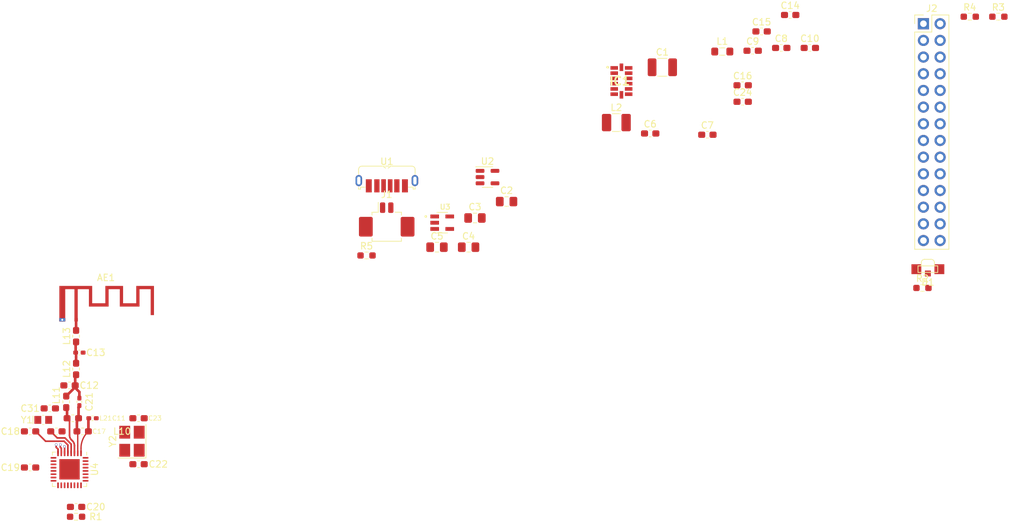
<source format=kicad_pcb>
(kicad_pcb (version 20211014) (generator pcbnew)
  (layers (0 "F.Cu" signal) (31 "B.Cu" signal) (34 "B.Paste" user) (35 "F.Paste" user) (36 "B.SilkS" user "B.Silkscreen") (37 "F.SilkS" user "F.Silkscreen") (38 "B.Mask" user) (39 "F.Mask" user) (44 "Edge.Cuts" user))
  (net 0 "")
  (net 1 "Earth")
  (net 2 "Net-(C1-Pad2)")
  (net 5 "/BATT_STAT")
  (net 6 "Net-(D1-Pad1)")
  (net 7 "/LED_RED")
  (net 8 "/LED_GREEN")
  (net 9 "/nCS")
  (net 10 "/INT1")
  (net 11 "/INT2")
  (net 12 "/ADDR")
  (net 13 "/SDA")
  (net 14 "/SCL")
  (net 15 "/JTAG_TCKC")
  (net 16 "/JTAG_TMSC")
  (net 17 "/DIO_14")
  (net 18 "/DIO_13")
  (net 19 "/DIO_12")
  (net 20 "/BATT")
  (net 21 "+3V3")
  (net 22 "/RFN")
  (net 23 "/nRESET")
  (net 24 "/RFP")
  (net 25 "/RX_TX")
  (net 26 "VDDS")
  (net 27 "VDDR")
  (net 28 "/DIO_11")
  (net 29 "/DIO_10")
  (net 30 "/DIO_9")
  (net 31 "/DIO_8")
  (net 32 "/DIO_7")
  (net 34 "/DIO_6")
  (net 35 "/DIO_5")
  (net 36 "/DIO_4")
  (net 37 "/DIO_3")
  (net 38 "/DIO_2")
  (net 39 "/DIO_1")
  (net 42 "/DIO_0")
  (net 43 "Net-(L13-Pad2)")
  (net 44 "Net-(C21-Pad2)")
  (net 45 "/DCDC_SW")
  (net 46 "Net-(L12-Pad2)")
  (net 47 "Net-(Y1-Pad2)")
  (net 48 "Net-(Y1-Pad1)")
  (net 49 "Net-(C19-Pad2)")
  (net 50 "Net-(Y2-Pad1)")
  (net 51 "Net-(Y2-Pad3)")
  (net 52 "Net-(R5-Pad1)")
  (footprint "Connector_Molex:Molex_PicoBlade_53261-0271_1x02-1MP_P1.25mm_Horizontal" (layer "F.Cu") (at 98.26 63.83)
    (fp_text reference "J1" (at 0 -4.4) (layer "F.SilkS"))
    (fp_text value "Batt")
    (fp_line (start -2.235 2.26) (end -2.235 2.71) (layer "F.SilkS") (width 0.12))
    (fp_line (start 2.235 2.71) (end 2.235 2.26) (layer "F.SilkS") (width 0.12))
    (fp_line (start -2.235 -1.71) (end -1.285 -1.71) (layer "F.SilkS") (width 0.12))
    (fp_line (start -2.235 -1.26) (end -2.235 -1.71) (layer "F.SilkS") (width 0.12))
    (fp_line (start 2.235 -1.26) (end 2.235 -1.71) (layer "F.SilkS") (width 0.12))
    (fp_line (start -2.235 2.71) (end 2.235 2.71) (layer "F.SilkS") (width 0.12))
    (fp_line (start -1.285 -1.71) (end -1.285 -3.2) (layer "F.SilkS") (width 0.12))
    (fp_line (start 2.235 -1.71) (end 1.285 -1.71) (layer "F.SilkS") (width 0.12))
    (pad "1" smd roundrect locked (at -0.625 -2.4) (size 0.8 1.6) (layers "F.Cu" "F.Paste" "F.Mask") (net 1 "Earth"))
    (pad "2" smd roundrect locked (at 0.625 -2.4) (size 0.8 1.6) (layers "F.Cu" "F.Paste" "F.Mask") (net 20 "/BATT"))
    (pad "MP" smd roundrect locked (at 3.175 0.5) (size 2.1 3) (layers "F.Cu" "F.Paste" "F.Mask") (roundrect_rratio 0.119048) (net 1 "Earth"))
    (pad "MP" smd roundrect locked (at -3.175 0.5) (size 2.1 3) (layers "F.Cu" "F.Paste" "F.Mask") (roundrect_rratio 0.119048) (net 1 "Earth"))
  )
  (footprint "Capacitor_SMD:C_0603_1608Metric_Pad1.08x0.95mm_HandSolder" (layer "F.Cu") (at 51 107 180)
    (fp_text reference "C20" (at -3 0) (layer "F.SilkS"))
    (fp_text value "0.1uF/1608")
    (fp_line (start -0.146267 0.51) (end 0.146267 0.51) (layer "F.SilkS") (width 0.12))
    (fp_line (start -0.146267 -0.51) (end 0.146267 -0.51) (layer "F.SilkS") (width 0.12))
    (pad "1" smd roundrect locked (at -0.8625 0 180) (size 1.075 0.95) (layers "F.Cu" "F.Paste" "F.Mask") (net 1 "Earth"))
    (pad "2" smd roundrect locked (at 0.8625 0 180) (size 1.075 0.95) (layers "F.Cu" "F.Paste" "F.Mask") (net 23 "/nRESET"))
  )
  (footprint "Resistor_SMD:R_0603_1608Metric_Pad0.98x0.95mm_HandSolder" (layer "F.Cu") (at 191.325 32.345)
    (fp_text reference "R3" (at 0 -1.43) (layer "F.SilkS"))
    (fp_text value "10k/1608")
    (fp_line (start -0.254724 -0.5225) (end 0.254724 -0.5225) (layer "F.SilkS") (width 0.12))
    (fp_line (start -0.254724 0.5225) (end 0.254724 0.5225) (layer "F.SilkS") (width 0.12))
    (pad "1" smd roundrect locked (at -0.9125 0) (size 0.975 0.95) (layers "F.Cu" "F.Paste" "F.Mask") (net 26 "VDDS"))
    (pad "2" smd roundrect locked (at 0.9125 0) (size 0.975 0.95) (layers "F.Cu" "F.Paste" "F.Mask") (net 14 "/SCL"))
  )
  (footprint "Capacitor_SMD:C_0603_1608Metric_Pad1.08x0.95mm_HandSolder" (layer "F.Cu") (at 162.64 37.1)
    (fp_text reference "C10" (at 0 -1.43) (layer "F.SilkS"))
    (fp_text value "0.1uF/1608")
    (fp_line (start -0.146267 -0.51) (end 0.146267 -0.51) (layer "F.SilkS") (width 0.12))
    (fp_line (start -0.146267 0.51) (end 0.146267 0.51) (layer "F.SilkS") (width 0.12))
    (pad "1" smd roundrect locked (at -0.8625 0) (size 1.075 0.95) (layers "F.Cu" "F.Paste" "F.Mask") (net 1 "Earth"))
    (pad "2" smd roundrect locked (at 0.8625 0) (size 1.075 0.95) (layers "F.Cu" "F.Paste" "F.Mask") (net 26 "VDDS"))
  )
  (footprint "Capacitor_SMD:C_0603_1608Metric_Pad1.08x0.95mm_HandSolder" (layer "F.Cu") (at 47 92)
    (fp_text reference "C31" (at -3 0) (layer "F.SilkS"))
    (fp_text value "6.8pF/1608")
    (fp_line (start -0.146267 -0.51) (end 0.146267 -0.51) (layer "F.SilkS") (width 0.12))
    (fp_line (start -0.146267 0.51) (end 0.146267 0.51) (layer "F.SilkS") (width 0.12))
    (pad "1" smd roundrect locked (at -0.8625 0) (size 1.075 0.95) (layers "F.Cu" "F.Paste" "F.Mask") (net 1 "Earth"))
    (pad "2" smd roundrect locked (at 0.8625 0) (size 1.075 0.95) (layers "F.Cu" "F.Paste" "F.Mask") (net 25 "/RX_TX"))
  )
  (footprint "Capacitor_SMD:C_0805_2012Metric_Pad1.18x1.45mm_HandSolder" (layer "F.Cu") (at 105.91 67.45)
    (fp_text reference "C5" (at 0 -1.68) (layer "F.SilkS"))
    (fp_text value "1uF/2012")
    (fp_line (start -0.261252 -0.735) (end 0.261252 -0.735) (layer "F.SilkS") (width 0.12))
    (fp_line (start -0.261252 0.735) (end 0.261252 0.735) (layer "F.SilkS") (width 0.12))
    (pad "1" smd roundrect locked (at -1.0375 0) (size 1.175 1.45) (layers "F.Cu" "F.Paste" "F.Mask") (roundrect_rratio 0.212766) (net 21 "+3V3"))
    (pad "2" smd roundrect locked (at 1.0375 0) (size 1.175 1.45) (layers "F.Cu" "F.Paste" "F.Mask") (roundrect_rratio 0.212766) (net 1 "Earth"))
  )
  (footprint "Connector_PinHeader_2.54mm:PinHeader_2x14_P2.54mm_Vertical" (layer "F.Cu") (at 179.925 33.415)
    (fp_text reference "J2" (at 1.27 -2.33) (layer "F.SilkS"))
    (fp_text value "test")
    (fp_line (start -1.33 -1.33) (end 0 -1.33) (layer "F.SilkS") (width 0.12))
    (fp_line (start -1.33 1.27) (end 1.27 1.27) (layer "F.SilkS") (width 0.12))
    (fp_line (start 1.27 1.27) (end 1.27 -1.33) (layer "F.SilkS") (width 0.12))
    (fp_line (start -1.33 0) (end -1.33 -1.33) (layer "F.SilkS") (width 0.12))
    (fp_line (start 3.87 -1.33) (end 3.87 34.35) (layer "F.SilkS") (width 0.12))
    (fp_line (start -1.33 34.35) (end 3.87 34.35) (layer "F.SilkS") (width 0.12))
    (fp_line (start 1.27 -1.33) (end 3.87 -1.33) (layer "F.SilkS") (width 0.12))
    (fp_line (start -1.33 1.27) (end -1.33 34.35) (layer "F.SilkS") (width 0.12))
    (pad "1" thru_hole rect locked (at 0 0) (size 1.7 1.7) (drill 1) (layers *.Cu *.Mask) (net 1 "Earth"))
    (pad "2" thru_hole oval locked (at 2.54 0) (size 1.7 1.7) (drill 1) (layers *.Cu *.Mask) (net 12 "/ADDR"))
    (pad "3" thru_hole oval locked (at 0 2.54) (size 1.7 1.7) (drill 1) (layers *.Cu *.Mask) (net 14 "/SCL"))
    (pad "4" thru_hole oval locked (at 2.54 2.54) (size 1.7 1.7) (drill 1) (layers *.Cu *.Mask) (net 13 "/SDA"))
    (pad "5" thru_hole oval locked (at 0 5.08) (size 1.7 1.7) (drill 1) (layers *.Cu *.Mask) (net 10 "/INT1"))
    (pad "6" thru_hole oval locked (at 2.54 5.08) (size 1.7 1.7) (drill 1) (layers *.Cu *.Mask) (net 11 "/INT2"))
    (pad "7" thru_hole oval locked (at 0 7.62) (size 1.7 1.7) (drill 1) (layers *.Cu *.Mask) (net 7 "/LED_RED"))
    (pad "8" thru_hole oval locked (at 2.54 7.62) (size 1.7 1.7) (drill 1) (layers *.Cu *.Mask) (net 8 "/LED_GREEN"))
    (pad "9" thru_hole oval locked (at 0 10.16) (size 1.7 1.7) (drill 1) (layers *.Cu *.Mask) (net 15 "/JTAG_TCKC"))
    (pad "10" thru_hole oval locked (at 2.54 10.16) (size 1.7 1.7) (drill 1) (layers *.Cu *.Mask) (net 16 "/JTAG_TMSC"))
    (pad "11" thru_hole oval locked (at 0 12.7) (size 1.7 1.7) (drill 1) (layers *.Cu *.Mask) (net 17 "/DIO_14"))
    (pad "12" thru_hole oval locked (at 2.54 12.7) (size 1.7 1.7) (drill 1) (layers *.Cu *.Mask) (net 18 "/DIO_13"))
    (pad "13" thru_hole oval locked (at 0 15.24) (size 1.7 1.7) (drill 1) (layers *.Cu *.Mask) (net 19 "/DIO_12"))
    (pad "14" thru_hole oval locked (at 2.54 15.24) (size 1.7 1.7) (drill 1) (layers *.Cu *.Mask) (net 1 "Earth"))
    (pad "15" thru_hole oval locked (at 0 17.78) (size 1.7 1.7) (drill 1) (layers *.Cu *.Mask) (net 1 "Earth"))
    (pad "16" thru_hole oval locked (at 2.54 17.78) (size 1.7 1.7) (drill 1) (layers *.Cu *.Mask) (net 28 "/DIO_11"))
    (pad "17" thru_hole oval locked (at 0 20.32) (size 1.7 1.7) (drill 1) (layers *.Cu *.Mask) (net 29 "/DIO_10"))
    (pad "18" thru_hole oval locked (at 2.54 20.32) (size 1.7 1.7) (drill 1) (layers *.Cu *.Mask) (net 30 "/DIO_9"))
    (pad "19" thru_hole oval locked (at 0 22.86) (size 1.7 1.7) (drill 1) (layers *.Cu *.Mask) (net 31 "/DIO_8"))
    (pad "20" thru_hole oval locked (at 2.54 22.86) (size 1.7 1.7) (drill 1) (layers *.Cu *.Mask) (net 32 "/DIO_7"))
    (pad "21" thru_hole oval locked (at 0 25.4) (size 1.7 1.7) (drill 1) (layers *.Cu *.Mask) (net 34 "/DIO_6"))
    (pad "22" thru_hole oval locked (at 2.54 25.4) (size 1.7 1.7) (drill 1) (layers *.Cu *.Mask) (net 35 "/DIO_5"))
    (pad "23" thru_hole oval locked (at 0 27.94) (size 1.7 1.7) (drill 1) (layers *.Cu *.Mask) (net 36 "/DIO_4"))
    (pad "24" thru_hole oval locked (at 2.54 27.94) (size 1.7 1.7) (drill 1) (layers *.Cu *.Mask) (net 37 "/DIO_3"))
    (pad "25" thru_hole oval locked (at 0 30.48) (size 1.7 1.7) (drill 1) (layers *.Cu *.Mask) (net 38 "/DIO_2"))
    (pad "26" thru_hole oval locked (at 2.54 30.48) (size 1.7 1.7) (drill 1) (layers *.Cu *.Mask) (net 39 "/DIO_1"))
    (pad "27" thru_hole oval locked (at 0 33.02) (size 1.7 1.7) (drill 1) (layers *.Cu *.Mask) (net 42 "/DIO_0"))
    (pad "28" thru_hole oval locked (at 2.54 33.02) (size 1.7 1.7) (drill 1) (layers *.Cu *.Mask) (net 26 "VDDS"))
  )
  (footprint "RF_Antenna:Texas_SWRA117D_2.4GHz_Right" (layer "F.Cu") (at 51 78.5)
    (fp_text reference "AE1" (at 4.55 -6.41) (layer "F.SilkS"))
    (fp_text value "Antenna")
    (fp_poly (pts (xy 2.45 -2.51) (xy 4.45 -2.51) (xy 4.45 -5.15) (xy 7.15 -5.15) (xy 7.15 -2.51) (xy 9.15 -2.51) (xy 9.15 -5.15) (xy 11.85 -5.15) (xy 11.85 -0.71) (xy 11.35 -0.71) (xy 11.35 -4.65) (xy 9.65 -4.65) (xy 9.65 -2.01) (xy 6.65 -2.01) (xy 6.65 -4.65) (xy 4.95 -4.65) (xy 4.95 -2.01) (xy 1.95 -2.01) (xy 1.95 -4.65) (xy 0.25 -4.65) (xy 0.25 0.25) (xy -0.25 0.25) (xy -0.25 -4.65) (xy -1.65 -4.65) (xy -1.65 0.25) (xy -2.55 0.25) (xy -2.55 0.006785) (xy -2.247583 0.006785) (xy -2.237742 0.054395) (xy -2.213674 0.096797) (xy -2.175731 0.129581) (xy -2.167819 0.133935) (xy -2.125156 0.146043) (xy -2.076637 0.1453) (xy -2.031122 0.1324) (xy -2.012511 0.121787) (xy -1.978868 0.086553) (xy -1.958309 0.041368) (xy -1.951778 -0.008158) (xy -1.960218 -0.056417) (xy -1.977112 -0.088643) (xy -2.012372 -0.121313) (xy -2.057682 -0.141408) (xy -2.107267 -0.147982) (xy -2.155353 -0.140092) (xy -2.188245 -0.123186) (xy -2.223185 -0.086416) (xy -2.242847 -0.041622) (xy -2.247583 0.006785) (xy -2.55 0.006785) (xy -2.55 -5.15) (xy 2.45 -5.15) (xy 2.45 -2.51)) (layer "F.Cu") (width 0) (fill solid))
    (pad "1" connect rect locked (at 0 0) (size 0.5 0.5) (layers "F.Cu") (net 43 "Net-(L13-Pad2)"))
    (pad "2" thru_hole rect locked (at -2.1 0) (size 0.9 0.5) (drill 0.3) (layers *.Cu) (net 1 "Earth"))
  )
  (footprint "Capacitor_SMD:C_0603_1608Metric_Pad1.08x0.95mm_HandSolder" (layer "F.Cu") (at 158.29 37.1)
    (fp_text reference "C8" (at 0 -1.43) (layer "F.SilkS"))
    (fp_text value "0.1uF/1608")
    (fp_line (start -0.146267 0.51) (end 0.146267 0.51) (layer "F.SilkS") (width 0.12))
    (fp_line (start -0.146267 -0.51) (end 0.146267 -0.51) (layer "F.SilkS") (width 0.12))
    (pad "1" smd roundrect locked (at -0.8625 0) (size 1.075 0.95) (layers "F.Cu" "F.Paste" "F.Mask") (net 1 "Earth"))
    (pad "2" smd roundrect locked (at 0.8625 0) (size 1.075 0.95) (layers "F.Cu" "F.Paste" "F.Mask") (net 26 "VDDS"))
  )
  (footprint "Capacitor_SMD:C_0603_1608Metric_Pad1.08x0.95mm_HandSolder" (layer "F.Cu") (at 44 95.5)
    (fp_text reference "C18" (at -3 0) (layer "F.SilkS"))
    (fp_text value "12pF/1608")
    (fp_line (start -0.146267 -0.51) (end 0.146267 -0.51) (layer "F.SilkS") (width 0.12))
    (fp_line (start -0.146267 0.51) (end 0.146267 0.51) (layer "F.SilkS") (width 0.12))
    (pad "1" smd roundrect locked (at -0.8625 0) (size 1.075 0.95) (layers "F.Cu" "F.Paste" "F.Mask") (net 1 "Earth"))
    (pad "2" smd roundrect locked (at 0.8625 0) (size 1.075 0.95) (layers "F.Cu" "F.Paste" "F.Mask") (net 48 "Net-(Y1-Pad1)"))
  )
  (footprint "Capacitor_SMD:C_0603_1608Metric_Pad1.08x0.95mm_HandSolder" (layer "F.Cu") (at 50 88.5)
    (fp_text reference "C12" (at 3 0) (layer "F.SilkS"))
    (fp_text value "DNM")
    (fp_line (start -0.146267 0.51) (end 0.146267 0.51) (layer "F.SilkS") (width 0.12))
    (fp_line (start -0.146267 -0.51) (end 0.146267 -0.51) (layer "F.SilkS") (width 0.12))
    (pad "1" smd roundrect locked (at -0.8625 0) (size 1.075 0.95) (layers "F.Cu" "F.Paste" "F.Mask") (net 1 "Earth"))
    (pad "2" smd roundrect locked (at 0.8625 0) (size 1.075 0.95) (layers "F.Cu" "F.Paste" "F.Mask") (net 44 "Net-(C21-Pad2)"))
  )
  (footprint "APBA3010SURKCGKC-GX:APBA3010SURKCGKC-GX" (layer "F.Cu") (at 180.6 70.8)
    (fp_text reference "D1" (at 0 2 unlocked) (layer "F.SilkS"))
    (fp_text value "RG_LED")
    (fp_line (start -1 -0.5) (end -1 -1) (layer "F.SilkS") (width 0.12))
    (fp_line (start 1 -0.5) (end 1 -1) (layer "F.SilkS") (width 0.12))
    (fp_line (start -0.5 -1.5) (end 0.5 -1.5) (layer "F.SilkS") (width 0.12))
    (fp_rect (start -1.5 -0.5) (end 1.5 0.5) (layer "F.SilkS") (width 0.12) (fill none))
    (fp_arc (start 0.5 -1.5) (mid 0.853553 -1.353553) (end 1 -1) (layer "F.SilkS") (width 0.12))
    (fp_arc (start -1 -1) (mid -0.853553 -1.353553) (end -0.5 -1.5) (layer "F.SilkS") (width 0.12))
    (pad "1" smd rect (at 2.5 0) (size 1.5 1.5) (drill (offset -0.75 0)) (layers "F.Cu" "F.Paste" "F.Mask") (net 6 "Net-(D1-Pad1)"))
    (pad "2" smd rect (at 0 0.2) (size 0.9 0.9) (drill (offset 0 0.45)) (layers "F.Cu" "F.Paste" "F.Mask") (net 7 "/LED_RED"))
    (pad "3" smd rect (at -2.5 0) (size 1.5 1.5) (drill (offset 0.75 0)) (layers "F.Cu" "F.Paste" "F.Mask") (net 8 "/LED_GREEN"))
  )
  (footprint "MIC5317-3:SOT95P280X145-5N" (layer "F.Cu") (at 106.705 63.72)
    (fp_text reference "U3" (at 0.445 -2.4) (layer "F.SilkS") (effects (font (size 0.787402 0.787402))))
    (fp_text value "MIC5317-3.3YM5-TR")
    (fp_line (start -0.8 -1.565) (end 0.8 -1.565) (layer "F.SilkS") (width 0.127))
    (fp_line (start -0.8 1.565) (end 0.8 1.565) (layer "F.SilkS") (width 0.127))
    (fp_circle (center -2.5 -0.95) (end -2.4 -0.95) (layer "F.SilkS") (width 0.2) (fill none))
    (pad "1" smd roundrect locked (at -1.145 -0.95) (size 1.32 0.59) (layers "F.Cu" "F.Paste" "F.Mask") (roundrect_rratio 0.07) (net 20 "/BATT"))
    (pad "2" smd roundrect locked (at -1.145 0) (size 1.32 0.59) (layers "F.Cu" "F.Paste" "F.Mask") (roundrect_rratio 0.07) (net 1 "Earth"))
    (pad "3" smd roundrect locked (at -1.145 0.95) (size 1.32 0.59) (layers "F.Cu" "F.Paste" "F.Mask") (roundrect_rratio 0.07) (net 20 "/BATT"))
    (pad "4" smd roundrect locked (at 1.145 0.95) (size 1.32 0.59) (layers "F.Cu" "F.Paste" "F.Mask") (roundrect_rratio 0.07))
    (pad "5" smd roundrect locked (at 1.145 -0.95) (size 1.32 0.59) (layers "F.Cu" "F.Paste" "F.Mask") (roundrect_rratio 0.07) (net 21 "+3V3"))
  )
  (footprint "Capacitor_SMD:C_0603_1608Metric_Pad1.08x0.95mm_HandSolder" (layer "F.Cu") (at 152.42 42.79)
    (fp_text reference "C16" (at 0 -1.43) (layer "F.SilkS"))
    (fp_text value "DNM")
    (fp_line (start -0.146267 -0.51) (end 0.146267 -0.51) (layer "F.SilkS") (width 0.12))
    (fp_line (start -0.146267 0.51) (end 0.146267 0.51) (layer "F.SilkS") (width 0.12))
    (pad "1" smd roundrect locked (at -0.8625 0) (size 1.075 0.95) (layers "F.Cu" "F.Paste" "F.Mask") (net 1 "Earth"))
    (pad "2" smd roundrect locked (at 0.8625 0) (size 1.075 0.95) (layers "F.Cu" "F.Paste" "F.Mask") (net 27 "VDDR"))
  )
  (footprint "Capacitor_SMD:C_0603_1608Metric_Pad1.08x0.95mm_HandSolder" (layer "F.Cu") (at 60.5 100.5)
    (fp_text reference "C22" (at 3 0) (layer "F.SilkS"))
    (fp_text value "DNM")
    (fp_line (start -0.146267 -0.51) (end 0.146267 -0.51) (layer "F.SilkS") (width 0.12))
    (fp_line (start -0.146267 0.51) (end 0.146267 0.51) (layer "F.SilkS") (width 0.12))
    (pad "1" smd roundrect locked (at -0.8625 0) (size 1.075 0.95) (layers "F.Cu" "F.Paste" "F.Mask") (net 50 "Net-(Y2-Pad1)"))
    (pad "2" smd roundrect locked (at 0.8625 0) (size 1.075 0.95) (layers "F.Cu" "F.Paste" "F.Mask") (net 1 "Earth"))
  )
  (footprint "Inductor_SMD:L_0603_1608Metric_Pad1.05x0.95mm_HandSolder" (layer "F.Cu") (at 52 95.5)
    (fp_text reference "L10" (at 6 0) (layer "F.SilkS"))
    (fp_text value "6.2nH")
    (fp_line (start -0.171267 0.51) (end 0.171267 0.51) (layer "F.SilkS") (width 0.12))
    (fp_line (start -0.171267 -0.51) (end 0.171267 -0.51) (layer "F.SilkS") (width 0.12))
    (pad "1" smd roundrect locked (at -0.875 0) (size 1.05 0.95) (layers "F.Cu" "F.Paste" "F.Mask") (net 22 "/RFN"))
    (pad "2" smd roundrect locked (at 0.875 0) (size 1.05 0.95) (layers "F.Cu" "F.Paste" "F.Mask") (net 24 "/RFP"))
  )
  (footprint "Resistor_SMD:R_0603_1608Metric_Pad0.98x0.95mm_HandSolder" (layer "F.Cu") (at 179.775 73.655)
    (fp_text reference "R2" (at 0 -1.43) (layer "F.SilkS"))
    (fp_text value "10k/1608")
    (fp_line (start -0.254724 0.5225) (end 0.254724 0.5225) (layer "F.SilkS") (width 0.12))
    (fp_line (start -0.254724 -0.5225) (end 0.254724 -0.5225) (layer "F.SilkS") (width 0.12))
    (pad "1" smd roundrect locked (at -0.9125 0) (size 0.975 0.95) (layers "F.Cu" "F.Paste" "F.Mask") (net 26 "VDDS"))
    (pad "2" smd roundrect locked (at 0.9125 0) (size 0.975 0.95) (layers "F.Cu" "F.Paste" "F.Mask") (net 13 "/SDA"))
  )
  (footprint "Crystal:Crystal_SMD_MicroCrystal_CM9V-T1A-2Pin_1.6x1.0mm_HandSoldering" (layer "F.Cu") (at 46 93.75)
    (fp_text reference "Y1" (at -2.5 0) (layer "F.SilkS"))
    (fp_text value "32.768kHz")
    (fp_line (start -1.55 -0.6) (end -1.55 0.6) (layer "F.SilkS") (width 0.12))
    (fp_line (start -0.1 -0.7) (end 0.1 -0.7) (layer "F.SilkS") (width 0.12))
    (fp_line (start -0.1 0.7) (end 0.1 0.7) (layer "F.SilkS") (width 0.12))
    (pad "1" smd rect locked (at -0.825 0) (size 1.05 1.2) (layers "F.Cu" "F.Paste" "F.Mask") (net 48 "Net-(Y1-Pad1)"))
    (pad "2" smd rect locked (at 0.825 0) (size 1.05 1.2) (layers "F.Cu" "F.Paste" "F.Mask") (net 47 "Net-(Y1-Pad2)"))
  )
  (footprint "Package_DFN_QFN:VQFN-32-1EP_5x5mm_P0.5mm_EP3.1x3.1mm" (layer "F.Cu") (at 50 101.275 -90)
    (fp_text reference "U4" (at 0 -3.82 90) (layer "F.SilkS"))
    (fp_text value "CC2640R2FRHBR")
    (fp_line (start 2.61 -2.61) (end 2.61 -2.135) (layer "F.SilkS") (width 0.12))
    (fp_line (start 2.61 2.61) (end 2.61 2.135) (layer "F.SilkS") (width 0.12))
    (fp_line (start -2.61 2.61) (end -2.61 2.135) (layer "F.SilkS") (width 0.12))
    (fp_line (start 2.135 2.61) (end 2.61 2.61) (layer "F.SilkS") (width 0.12))
    (fp_line (start 2.135 -2.61) (end 2.61 -2.61) (layer "F.SilkS") (width 0.12))
    (fp_line (start -2.135 -2.61) (end -2.61 -2.61) (layer "F.SilkS") (width 0.12))
    (fp_line (start -2.135 2.61) (end -2.61 2.61) (layer "F.SilkS") (width 0.12))
    (pad "1" smd roundrect locked (at -2.4375 -1.75 270) (size 0.875 0.25) (layers "F.Cu" "F.Paste" "F.Mask") (net 24 "/RFP"))
    (pad "2" smd roundrect locked (at -2.4375 -1.25 270) (size 0.875 0.25) (layers "F.Cu" "F.Paste" "F.Mask") (net 22 "/RFN"))
    (pad "3" smd roundrect locked (at -2.4375 -0.75 270) (size 0.875 0.25) (layers "F.Cu" "F.Paste" "F.Mask") (net 25 "/RX_TX"))
    (pad "4" smd roundrect locked (at -2.4375 -0.25 270) (size 0.875 0.25) (layers "F.Cu" "F.Paste" "F.Mask") (net 47 "Net-(Y1-Pad2)"))
    (pad "5" smd roundrect locked (at -2.4375 0.25 270) (size 0.875 0.25) (layers "F.Cu" "F.Paste" "F.Mask") (net 48 "Net-(Y1-Pad1)"))
    (pad "6" smd roundrect locked (at -2.4375 0.75 270) (size 0.875 0.25) (layers "F.Cu" "F.Paste" "F.Mask") (net 42 "/DIO_0"))
    (pad "7" smd roundrect locked (at -2.4375 1.25 270) (size 0.875 0.25) (layers "F.Cu" "F.Paste" "F.Mask") (net 39 "/DIO_1"))
    (pad "8" smd roundrect locked (at -2.4375 1.75 270) (size 0.875 0.25) (layers "F.Cu" "F.Paste" "F.Mask") (net 38 "/DIO_2"))
    (pad "9" smd roundrect locked (at -1.75 2.4375 270) (size 0.25 0.875) (layers "F.Cu" "F.Paste" "F.Mask") (net 37 "/DIO_3"))
    (pad "10" smd roundrect locked (at -1.25 2.4375 270) (size 0.25 0.875) (layers "F.Cu" "F.Paste" "F.Mask") (net 36 "/DIO_4"))
    (pad "11" smd roundrect locked (at -0.75 2.4375 270) (size 0.25 0.875) (layers "F.Cu" "F.Paste" "F.Mask") (net 26 "VDDS"))
    (pad "12" smd roundrect locked (at -0.25 2.4375 270) (size 0.25 0.875) (layers "F.Cu" "F.Paste" "F.Mask") (net 49 "Net-(C19-Pad2)"))
    (pad "13" smd roundrect locked (at 0.25 2.4375 270) (size 0.25 0.875) (layers "F.Cu" "F.Paste" "F.Mask") (net 16 "/JTAG_TMSC"))
    (pad "14" smd roundrect locked (at 0.75 2.4375 270) (size 0.25 0.875) (layers "F.Cu" "F.Paste" "F.Mask") (net 15 "/JTAG_TCKC"))
    (pad "15" smd roundrect locked (at 1.25 2.4375 270) (size 0.25 0.875) (layers "F.Cu" "F.Paste" "F.Mask") (net 35 "/DIO_5"))
    (pad "16" smd roundrect locked (at 1.75 2.4375 270) (size 0.25 0.875) (layers "F.Cu" "F.Paste" "F.Mask") (net 34 "/DIO_6"))
    (pad "17" smd roundrect locked (at 2.4375 1.75 270) (size 0.875 0.25) (layers "F.Cu" "F.Paste" "F.Mask") (net 45 "/DCDC_SW"))
    (pad "18" smd roundrect locked (at 2.4375 1.25 270) (size 0.875 0.25) (layers "F.Cu" "F.Paste" "F.Mask") (net 26 "VDDS"))
    (pad "19" smd roundrect locked (at 2.4375 0.75 270) (size 0.875 0.25) (layers "F.Cu" "F.Paste" "F.Mask") (net 23 "/nRESET"))
    (pad "20" smd roundrect locked (at 2.4375 0.25 270) (size 0.875 0.25) (layers "F.Cu" "F.Paste" "F.Mask") (net 32 "/DIO_7"))
    (pad "21" smd roundrect locked (at 2.4375 -0.25 270) (size 0.875 0.25) (layers "F.Cu" "F.Paste" "F.Mask") (net 31 "/DIO_8"))
    (pad "22" smd roundrect locked (at 2.4375 -0.75 270) (size 0.875 0.25) (layers "F.Cu" "F.Paste" "F.Mask") (net 30 "/DIO_9"))
    (pad "23" smd roundrect locked (at 2.4375 -1.25 270) (size 0.875 0.25) (layers "F.Cu" "F.Paste" "F.Mask") (net 29 "/DIO_10"))
    (pad "24" smd roundrect locked (at 2.4375 -1.75 270) (size 0.875 0.25) (layers "F.Cu" "F.Paste" "F.Mask") (net 28 "/DIO_11"))
    (pad "25" smd roundrect locked (at 1.75 -2.4375 270) (size 0.25 0.875) (layers "F.Cu" "F.Paste" "F.Mask") (net 19 "/DIO_12"))
    (pad "26" smd roundrect locked (at 1.25 -2.4375 270) (size 0.25 0.875) (layers "F.Cu" "F.Paste" "F.Mask") (net 18 "/DIO_13"))
    (pad "27" smd roundrect locked (at 0.75 -2.4375 270) (size 0.25 0.875) (layers "F.Cu" "F.Paste" "F.Mask") (net 17 "/DIO_14"))
    (pad "28" smd roundrect locked (at 0.25 -2.4375 270) (size 0.25 0.875) (layers "F.Cu" "F.Paste" "F.Mask") (net 26 "VDDS"))
    (pad "29" smd roundrect locked (at -0.25 -2.4375 270) (size 0.25 0.875) (layers "F.Cu" "F.Paste" "F.Mask") (net 27 "VDDR"))
    (pad "30" smd roundrect locked (at -0.75 -2.4375 270) (size 0.25 0.875) (layers "F.Cu" "F.Paste" "F.Mask") (net 50 "Net-(Y2-Pad1)"))
    (pad "31" smd roundrect locked (at -1.25 -2.4375 270) (size 0.25 0.875) (layers "F.Cu" "F.Paste" "F.Mask") (net 51 "Net-(Y2-Pad3)"))
    (pad "32" smd roundrect locked (at -1.75 -2.4375 270) (size 0.25 0.875) (layers "F.Cu" "F.Paste" "F.Mask") (net 27 "VDDR"))
    (pad "33" smd rect locked (at 0 0 270) (size 3.1 3.1) (layers "F.Cu" "F.Mask") (net 1 "Earth"))
  )
  (footprint "Capacitor_SMD:C_0805_2012Metric_Pad1.18x1.45mm_HandSolder" (layer "F.Cu") (at 116.5 60.5)
    (fp_text reference "C2" (at 0 -1.68) (layer "F.SilkS"))
    (fp_text value "4.7uF/2012")
    (fp_line (start -0.261252 -0.735) (end 0.261252 -0.735) (layer "F.SilkS") (width 0.12))
    (fp_line (start -0.261252 0.735) (end 0.261252 0.735) (layer "F.SilkS") (width 0.12))
    (pad "1" smd roundrect locked (at -1.0375 0) (size 1.175 1.45) (layers "F.Cu" "F.Paste" "F.Mask") (roundrect_rratio 0.212766) (net 1 "Earth"))
    (pad "2" smd roundrect locked (at 1.0375 0) (size 1.175 1.45) (layers "F.Cu" "F.Paste" "F.Mask") (roundrect_rratio 0.212766) (net 2 "Net-(C1-Pad2)"))
  )
  (footprint "ADXL345:ADXL345BCCZRL" (layer "F.Cu") (at 133.975 42.145)
    (fp_text reference "IC1" (at -0.265 0) (layer "F.SilkS") (effects (font (size 1.27 1.27) (thickness 0.254))))
    (fp_text value "ADXL345BCCZ-RL" hide)
    (fp_line (start -2.2 -2.098) (end -2.2 -2.098) (layer "F.SilkS") (width 0.2))
    (fp_line (start -2 -2.098) (end -2 -2.098) (layer "F.SilkS") (width 0.2))
    (fp_arc (start -2 -2.097) (mid -2.1005 -1.9975) (end -2.2 -2.098) (layer "F.SilkS") (width 0.2))
    (fp_arc (start -2.2 -2.097) (mid -2.1005 -2.1975) (end -2 -2.098) (layer "F.SilkS") (width 0.2))
    (pad "1" smd rect locked (at -1.097 -2 90) (size 0.55 1.145) (layers "F.Cu" "F.Paste" "F.Mask") (net 26 "VDDS"))
    (pad "2" smd rect locked (at -1.097 -1.2 90) (size 0.55 1.145) (layers "F.Cu" "F.Paste" "F.Mask") (net 1 "Earth"))
    (pad "3" smd rect locked (at -1.097 -0.4 90) (size 0.55 1.145) (layers "F.Cu" "F.Paste" "F.Mask"))
    (pad "4" smd rect locked (at -1.097 0.4 90) (size 0.55 1.145) (layers "F.Cu" "F.Paste" "F.Mask") (net 1 "Earth"))
    (pad "5" smd rect locked (at -1.097 1.2 90) (size 0.55 1.145) (layers "F.Cu" "F.Paste" "F.Mask") (net 1 "Earth"))
    (pad "6" smd rect locked (at -1.097 2 90) (size 0.55 1.145) (layers "F.Cu" "F.Paste" "F.Mask") (net 26 "VDDS"))
    (pad "7" smd rect locked (at 0 2.098) (size 0.55 1.145) (layers "F.Cu" "F.Paste" "F.Mask") (net 9 "/nCS"))
    (pad "8" smd rect locked (at 1.097 2 90) (size 0.55 1.145) (layers "F.Cu" "F.Paste" "F.Mask") (net 10 "/INT1"))
    (pad "9" smd rect locked (at 1.097 1.2 90) (size 0.55 1.145) (layers "F.Cu" "F.Paste" "F.Mask") (net 11 "/INT2"))
    (pad "10" smd rect locked (at 1.097 0.4 90) (size 0.55 1.145) (layers "F.Cu" "F.Paste" "F.Mask"))
    (pad "11" smd rect locked (at 1.097 -0.4 90) (size 0.55 1.145) (layers "F.Cu" "F.Paste" "F.Mask"))
    (pad "12" smd rect locked (at 1.097 -1.2 90) (size 0.55 1.145) (layers "F.Cu" "F.Paste" "F.Mask") (net 12 "/ADDR"))
    (pad "13" smd rect locked (at 1.097 -2 90) (size 0.55 1.145) (layers "F.Cu" "F.Paste" "F.Mask") (net 13 "/SDA"))
    (pad "14" smd rect locked (at 0 -2.098) (size 0.55 1.145) (layers "F.Cu" "F.Paste" "F.Mask") (net 14 "/SCL"))
  )
  (footprint "USB4130:USB4130-GF-C" (layer "F.Cu") (at 98.285 58.105)
    (fp_text reference "U1" (at 0 -3.7 unlocked) (layer "F.SilkS"))
    (fp_text value "USB4130-GF-C")
    (fp_line (start -0.6 -3) (end -0.2 -2.7) (layer "F.SilkS") (width 0.12))
    (fp_line (start 0.6 -3) (end 0.2 -2.7) (layer "F.SilkS") (width 0.12))
    (fp_line (start 4 0.2) (end 3.3 0.2) (layer "F.SilkS") (width 0.12))
    (fp_line (start 4 0.5) (end 4 0.2) (layer "F.SilkS") (width 0.12))
    (fp_line (start -4.3 -1.8) (end -4.3 -2.5) (layer "F.SilkS") (width 0.12))
    (fp_line (start -4.3 0.5) (end -4.3 0.2) (layer "F.SilkS") (width 0.12))
    (fp_line (start 4.3 -2.5) (end 4.3 -1.8) (layer "F.SilkS") (width 0.12))
    (fp_line (start -3.3 0.2) (end -4 0.2) (layer "F.SilkS") (width 0.12))
    (fp_line (start 0.6 -3) (end 3.8 -3) (layer "F.SilkS") (width 0.12))
    (fp_line (start -4 0.5) (end -4.3 0.5) (layer "F.SilkS") (width 0.12))
    (fp_line (start 4.3 0.5) (end 4.3 0.2) (layer "F.SilkS") (width 0.12))
    (fp_line (start -0.3 -3) (end 0.3 -3) (layer "F.SilkS") (width 0.12))
    (fp_line (start -3.8 -3) (end -0.6 -3) (layer "F.SilkS") (width 0.12))
    (fp_line (start 4.3 0.5) (end 4 0.5) (layer "F.SilkS") (width 0.12))
    (fp_line (start -4 0.2) (end -4 0.5) (layer "F.SilkS") (width 0.12))
    (fp_arc (start 3.8 -3) (mid 4.153553 -2.853553) (end 4.3 -2.5) (layer "F.SilkS") (width 0.12))
    (fp_arc (start -4.3 -2.5) (mid -4.153553 -2.853553) (end -3.8 -3) (layer "F.SilkS") (width 0.12))
    (pad "" thru_hole oval (at -4.27 -0.8) (size 1 1.7) (drill oval 0.5 1.2) (layers *.Cu *.Mask))
    (pad "" thru_hole oval (at 4.27 -0.8) (size 1 1.7) (drill oval 0.5 1.2) (layers *.Cu *.Mask))
    (pad "A5" smd rect (at -0.5 -0.01) (size 0.7 2) (layers "F.Cu" "F.Paste" "F.Mask"))
    (pad "A9" smd rect (at 1.52 0) (size 0.8 2) (layers "F.Cu" "F.Paste" "F.Mask") (net 2 "Net-(C1-Pad2)"))
    (pad "A12" smd rect (at 2.75 0) (size 0.9 2) (layers "F.Cu" "F.Paste" "F.Mask") (net 1 "Earth"))
    (pad "B5" smd rect (at 0.5 0) (size 0.7 2) (layers "F.Cu" "F.Paste" "F.Mask"))
    (pad "B9" smd rect (at -1.52 0) (size 0.8 2) (layers "F.Cu" "F.Paste" "F.Mask") (net 2 "Net-(C1-Pad2)"))
    (pad "B12" smd rect (at -2.75 0) (size 0.9 2) (layers "F.Cu" "F.Paste" "F.Mask") (net 1 "Earth"))
  )
  (footprint "Capacitor_SMD:C_0603_1608Metric_Pad1.08x0.95mm_HandSolder" (layer "F.Cu") (at 153.94 37.53)
    (fp_text reference "C9" (at 0 -1.43) (layer "F.SilkS"))
    (fp_text value "0.1uF/1608")
    (fp_line (start -0.146267 -0.51) (end 0.146267 -0.51) (layer "F.SilkS") (width 0.12))
    (fp_line (start -0.146267 0.51) (end 0.146267 0.51) (layer "F.SilkS") (width 0.12))
    (pad "1" smd roundrect locked (at -0.8625 0) (size 1.075 0.95) (layers "F.Cu" "F.Paste" "F.Mask") (net 1 "Earth"))
    (pad "2" smd roundrect locked (at 0.8625 0) (size 1.075 0.95) (layers "F.Cu" "F.Paste" "F.Mask") (net 27 "VDDR"))
  )
  (footprint "Inductor_SMD:L_0603_1608Metric_Pad1.05x0.95mm_HandSolder" (layer "F.Cu") (at 51 81 90)
    (fp_text reference "L13" (at 0 -1.43 90) (layer "F.SilkS"))
    (fp_text value "2nH")
    (fp_line (start -0.171267 0.51) (end 0.171267 0.51) (layer "F.SilkS") (width 0.12))
    (fp_line (start -0.171267 -0.51) (end 0.171267 -0.51) (layer "F.SilkS") (width 0.12))
    (pad "1" smd roundrect locked (at -0.875 0 90) (size 1.05 0.95) (layers "F.Cu" "F.Paste" "F.Mask") (net 46 "Net-(L12-Pad2)"))
    (pad "2" smd roundrect locked (at 0.875 0 90) (size 1.05 0.95) (layers "F.Cu" "F.Paste" "F.Mask") (net 43 "Net-(L13-Pad2)"))
  )
  (footprint "Capacitor_SMD:C_0603_1608Metric_Pad1.08x0.95mm_HandSolder" (layer "F.Cu") (at 60.5 93.5)
    (fp_text reference "C23" (at 2.5 0) (layer "F.SilkS") (effects (font (size 0.7 0.7) (thickness 0.1))))
    (fp_text value "DNM")
    (fp_line (start -0.146267 0.51) (end 0.146267 0.51) (layer "F.SilkS") (width 0.12))
    (fp_line (start -0.146267 -0.51) (end 0.146267 -0.51) (layer "F.SilkS") (width 0.12))
    (pad "1" smd roundrect locked (at -0.8625 0) (size 1.075 0.95) (layers "F.Cu" "F.Paste" "F.Mask") (net 51 "Net-(Y2-Pad3)"))
    (pad "2" smd roundrect locked (at 0.8625 0) (size 1.075 0.95) (layers "F.Cu" "F.Paste" "F.Mask") (net 1 "Earth"))
  )
  (footprint "Resistor_SMD:R_0603_1608Metric_Pad0.98x0.95mm_HandSolder" (layer "F.Cu") (at 95.19 68.71)
    (fp_text reference "R5" (at 0 -1.43) (layer "F.SilkS"))
    (fp_text value "10k/1608")
    (fp_line (start -0.254724 -0.5225) (end 0.254724 -0.5225) (layer "F.SilkS") (width 0.12))
    (fp_line (start -0.254724 0.5225) (end 0.254724 0.5225) (layer "F.SilkS") (width 0.12))
    (pad "1" smd roundrect locked (at -0.9125 0) (size 0.975 0.95) (layers "F.Cu" "F.Paste" "F.Mask") (net 52 "Net-(R5-Pad1)"))
    (pad "2" smd roundrect locked (at 0.9125 0) (size 0.975 0.95) (layers "F.Cu" "F.Paste" "F.Mask") (net 1 "Earth"))
  )
  (footprint "Capacitor_SMD:C_1210_3225Metric_Pad1.33x2.70mm_HandSolder" (layer "F.Cu") (at 140.2 40.05)
    (fp_text reference "C1" (at 0 -2.3) (layer "F.SilkS"))
    (fp_text value "10uF/3225")
    (fp_line (start -0.711252 -1.36) (end 0.711252 -1.36) (layer "F.SilkS") (width 0.12))
    (fp_line (start -0.711252 1.36) (end 0.711252 1.36) (layer "F.SilkS") (width 0.12))
    (pad "1" smd roundrect locked (at -1.5625 0) (size 1.325 2.7) (layers "F.Cu" "F.Paste" "F.Mask") (roundrect_rratio 0.188679) (net 1 "Earth"))
    (pad "2" smd roundrect locked (at 1.5625 0) (size 1.325 2.7) (layers "F.Cu" "F.Paste" "F.Mask") (roundrect_rratio 0.188679) (net 2 "Net-(C1-Pad2)"))
  )
  (footprint "Inductor_SMD:L_1210_3225Metric_Pad1.42x2.65mm_HandSolder" (layer "F.Cu") (at 133.2 48.47)
    (fp_text reference "L2" (at 0 -2.28) (layer "F.SilkS"))
    (fp_text value "10uH")
    (fp_line (start -0.602064 -1.36) (end 0.602064 -1.36) (layer "F.SilkS") (width 0.12))
    (fp_line (start -0.602064 1.36) (end 0.602064 1.36) (layer "F.SilkS") (width 0.12))
    (pad "1" smd roundrect locked (at -1.4875 0) (size 1.425 2.65) (layers "F.Cu" "F.Paste" "F.Mask") (roundrect_rratio 0.175439) (net 45 "/DCDC_SW"))
    (pad "2" smd roundrect locked (at 1.4875 0) (size 1.425 2.65) (layers "F.Cu" "F.Paste" "F.Mask") (roundrect_rratio 0.175439) (net 27 "VDDR"))
  )
  (footprint "Inductor_SMD:L_0603_1608Metric_Pad1.05x0.95mm_HandSolder" (layer "F.Cu") (at 49.5 91 90)
    (fp_text reference "L11" (at 1 -1.5 90) (layer "F.SilkS"))
    (fp_text value "2.7nH")
    (fp_line (start -0.171267 -0.51) (end 0.171267 -0.51) (layer "F.SilkS") (width 0.12))
    (fp_line (start -0.171267 0.51) (end 0.171267 0.51) (layer "F.SilkS") (width 0.12))
    (pad "1" smd roundrect locked (at -0.875 0 90) (size 1.05 0.95) (layers "F.Cu" "F.Paste" "F.Mask") (net 25 "/RX_TX"))
    (pad "2" smd roundrect locked (at 0.875 0 90) (size 1.05 0.95) (layers "F.Cu" "F.Paste" "F.Mask") (net 44 "Net-(C21-Pad2)"))
  )
  (footprint "Capacitor_SMD:C_0603_1608Metric_Pad1.08x0.95mm_HandSolder" (layer "F.Cu") (at 44 101)
    (fp_text reference "C19" (at -3 0) (layer "F.SilkS"))
    (fp_text value "1uF/1608")
    (fp_line (start -0.146267 -0.51) (end 0.146267 -0.51) (layer "F.SilkS") (width 0.12))
    (fp_line (start -0.146267 0.51) (end 0.146267 0.51) (layer "F.SilkS") (width 0.12))
    (pad "1" smd roundrect locked (at -0.8625 0) (size 1.075 0.95) (layers "F.Cu" "F.Paste" "F.Mask") (net 1 "Earth"))
    (pad "2" smd roundrect locked (at 0.8625 0) (size 1.075 0.95) (layers "F.Cu" "F.Paste" "F.Mask") (net 49 "Net-(C19-Pad2)"))
  )
  (footprint "Capacitor_SMD:C_0603_1608Metric_Pad1.08x0.95mm_HandSolder" (layer "F.Cu") (at 155.3 34.59)
    (fp_text reference "C15" (at 0 -1.43) (layer "F.SilkS"))
    (fp_text value "10uF/1608")
    (fp_line (start -0.146267 -0.51) (end 0.146267 -0.51) (layer "F.SilkS") (width 0.12))
    (fp_line (start -0.146267 0.51) (end 0.146267 0.51) (layer "F.SilkS") (width 0.12))
    (pad "1" smd roundrect locked (at -0.8625 0) (size 1.075 0.95) (layers "F.Cu" "F.Paste" "F.Mask") (net 1 "Earth"))
    (pad "2" smd roundrect locked (at 0.8625 0) (size 1.075 0.95) (layers "F.Cu" "F.Paste" "F.Mask") (net 26 "VDDS"))
  )
  (footprint "Inductor_SMD:L_0603_1608Metric_Pad1.05x0.95mm_HandSolder" (layer "F.Cu") (at 51 86 90)
    (fp_text reference "L12" (at 0 -1.43 90) (layer "F.SilkS"))
    (fp_text value "2nH")
    (fp_line (start -0.171267 0.51) (end 0.171267 0.51) (layer "F.SilkS") (width 0.12))
    (fp_line (start -0.171267 -0.51) (end 0.171267 -0.51) (layer "F.SilkS") (width 0.12))
    (pad "1" smd roundrect locked (at -0.875 0 90) (size 1.05 0.95) (layers "F.Cu" "F.Paste" "F.Mask") (net 44 "Net-(C21-Pad2)"))
    (pad "2" smd roundrect locked (at 0.875 0 90) (size 1.05 0.95) (layers "F.Cu" "F.Paste" "F.Mask") (net 46 "Net-(L12-Pad2)"))
  )
  (footprint "Package_TO_SOT_SMD:SOT-23-5" (layer "F.Cu") (at 113.6 56.77)
    (fp_text reference "U2" (at 0 -2.4) (layer "F.SilkS"))
    (fp_text value "MCP73831-2-OT")
    (fp_line (start 0 -1.56) (end 0.8 -1.56) (layer "F.SilkS") (width 0.12))
    (fp_line (start 0 -1.56) (end -1.8 -1.56) (layer "F.SilkS") (width 0.12))
    (fp_line (start 0 1.56) (end -0.8 1.56) (layer "F.SilkS") (width 0.12))
    (fp_line (start 0 1.56) (end 0.8 1.56) (layer "F.SilkS") (width 0.12))
    (pad "1" smd roundrect locked (at -1.1375 -0.95) (size 1.325 0.6) (layers "F.Cu" "F.Paste" "F.Mask") (net 5 "/BATT_STAT"))
    (pad "2" smd roundrect locked (at -1.1375 0) (size 1.325 0.6) (layers "F.Cu" "F.Paste" "F.Mask") (net 1 "Earth"))
    (pad "3" smd roundrect locked (at -1.1375 0.95) (size 1.325 0.6) (layers "F.Cu" "F.Paste" "F.Mask") (net 20 "/BATT"))
    (pad "4" smd roundrect locked (at 1.1375 0.95) (size 1.325 0.6) (layers "F.Cu" "F.Paste" "F.Mask") (net 2 "Net-(C1-Pad2)"))
    (pad "5" smd roundrect locked (at 1.1375 -0.95) (size 1.325 0.6) (layers "F.Cu" "F.Paste" "F.Mask") (net 52 "Net-(R5-Pad1)"))
  )
  (footprint "Capacitor_SMD:C_0402_1005Metric_Pad0.74x0.62mm_HandSolder" (layer "F.Cu") (at 53.5 93.5)
    (fp_text reference "C11" (at 4 0) (layer "F.SilkS") (effects (font (size 0.7 0.7) (thickness 0.1))))
    (fp_text value "1pF/1005")
    (fp_line (start -0.115835 -0.36) (end 0.115835 -0.36) (layer "F.SilkS") (width 0.12))
    (fp_line (start -0.115835 0.36) (end 0.115835 0.36) (layer "F.SilkS") (width 0.12))
    (pad "1" smd roundrect locked (at -0.5675 0) (size 0.735 0.62) (layers "F.Cu" "F.Paste" "F.Mask") (net 24 "/RFP"))
    (pad "2" smd roundrect locked (at 0.5675 0) (size 0.735 0.62) (layers "F.Cu" "F.Paste" "F.Mask") (net 1 "Earth"))
  )
  (footprint "Resistor_SMD:R_0603_1608Metric_Pad0.98x0.95mm_HandSolder" (layer "F.Cu") (at 186.975 32.345)
    (fp_text reference "R4" (at 0 -1.43) (layer "F.SilkS"))
    (fp_text value "100/1608")
    (fp_line (start -0.254724 0.5225) (end 0.254724 0.5225) (layer "F.SilkS") (width 0.12))
    (fp_line (start -0.254724 -0.5225) (end 0.254724 -0.5225) (layer "F.SilkS") (width 0.12))
    (pad "1" smd roundrect locked (at -0.9125 0) (size 0.975 0.95) (layers "F.Cu" "F.Paste" "F.Mask") (net 6 "Net-(D1-Pad1)"))
    (pad "2" smd roundrect locked (at 0.9125 0) (size 0.975 0.95) (layers "F.Cu" "F.Paste" "F.Mask") (net 26 "VDDS"))
  )
  (footprint "Capacitor_SMD:C_0402_1005Metric_Pad0.74x0.62mm_HandSolder" (layer "F.Cu") (at 51.5 83.5 180)
    (fp_text reference "C13" (at -2.5 0) (layer "F.SilkS"))
    (fp_text value "1pF/1005")
    (fp_line (start -0.115835 -0.36) (end 0.115835 -0.36) (layer "F.SilkS") (width 0.12))
    (fp_line (start -0.115835 0.36) (end 0.115835 0.36) (layer "F.SilkS") (width 0.12))
    (pad "1" smd roundrect locked (at -0.5675 0 180) (size 0.735 0.62) (layers "F.Cu" "F.Paste" "F.Mask") (net 1 "Earth"))
    (pad "2" smd roundrect locked (at 0.5675 0 180) (size 0.735 0.62) (layers "F.Cu" "F.Paste" "F.Mask") (net 46 "Net-(L12-Pad2)"))
  )
  (footprint "Capacitor_SMD:C_0603_1608Metric_Pad1.08x0.95mm_HandSolder" (layer "F.Cu") (at 138.35 50.13)
    (fp_text reference "C6" (at 0 -1.43) (layer "F.SilkS"))
    (fp_text value "DNM")
    (fp_line (start -0.146267 -0.51) (end 0.146267 -0.51) (layer "F.SilkS") (width 0.12))
    (fp_line (start -0.146267 0.51) (end 0.146267 0.51) (layer "F.SilkS") (width 0.12))
    (pad "1" smd roundrect locked (at -0.8625 0) (size 1.075 0.95) (layers "F.Cu" "F.Paste" "F.Mask") (net 1 "Earth"))
    (pad "2" smd roundrect locked (at 0.8625 0) (size 1.075 0.95) (layers "F.Cu" "F.Paste" "F.Mask") (net 26 "VDDS"))
  )
  (footprint "Capacitor_SMD:C_0603_1608Metric_Pad1.08x0.95mm_HandSolder" (layer "F.Cu") (at 159.65 32.08)
    (fp_text reference "C14" (at 0 -1.43) (layer "F.SilkS"))
    (fp_text value "0.1uF/1608")
    (fp_line (start -0.146267 0.51) (end 0.146267 0.51) (layer "F.SilkS") (width 0.12))
    (fp_line (start -0.146267 -0.51) (end 0.146267 -0.51) (layer "F.SilkS") (width 0.12))
    (pad "1" smd roundrect locked (at -0.8625 0) (size 1.075 0.95) (layers "F.Cu" "F.Paste" "F.Mask") (net 1 "Earth"))
    (pad "2" smd roundrect locked (at 0.8625 0) (size 1.075 0.95) (layers "F.Cu" "F.Paste" "F.Mask") (net 27 "VDDR"))
  )
  (footprint "Capacitor_SMD:C_0402_1005Metric_Pad0.74x0.62mm_HandSolder" (layer "F.Cu") (at 51.5 91 90)
    (fp_text reference "C21" (at 0 1.5 90) (layer "F.SilkS"))
    (fp_text value "1pF/1005")
    (fp_line (start -0.115835 0.36) (end 0.115835 0.36) (layer "F.SilkS") (width 0.12))
    (fp_line (start -0.115835 -0.36) (end 0.115835 -0.36) (layer "F.SilkS") (width 0.12))
    (pad "1" smd roundrect locked (at -0.5675 0 90) (size 0.735 0.62) (layers "F.Cu" "F.Paste" "F.Mask") (net 22 "/RFN"))
    (pad "2" smd roundrect locked (at 0.5675 0 90) (size 0.735 0.62) (layers "F.Cu" "F.Paste" "F.Mask") (net 44 "Net-(C21-Pad2)"))
  )
  (footprint "Capacitor_SMD:C_0603_1608Metric_Pad1.08x0.95mm_HandSolder" (layer "F.Cu") (at 152.42 45.3)
    (fp_text reference "C24" (at 0 -1.43) (layer "F.SilkS"))
    (fp_text value "0.1uF/1608")
    (fp_line (start -0.146267 -0.51) (end 0.146267 -0.51) (layer "F.SilkS") (width 0.12))
    (fp_line (start -0.146267 0.51) (end 0.146267 0.51) (layer "F.SilkS") (width 0.12))
    (pad "1" smd roundrect locked (at -0.8625 0) (size 1.075 0.95) (layers "F.Cu" "F.Paste" "F.Mask") (net 1 "Earth"))
    (pad "2" smd roundrect locked (at 0.8625 0) (size 1.075 0.95) (layers "F.Cu" "F.Paste" "F.Mask") (net 26 "VDDS"))
  )
  (footprint "Inductor_SMD:L_0603_1608Metric_Pad1.05x0.95mm_HandSolder" (layer "F.Cu") (at 50.5 93.5)
    (fp_text reference "L21" (at 5 0) (layer "F.SilkS") (effects (font (size 0.7 0.7) (thickness 0.1))))
    (fp_text value "2.4nH")
    (fp_line (start -0.171267 -0.51) (end 0.171267 -0.51) (layer "F.SilkS") (width 0.12))
    (fp_line (start -0.171267 0.51) (end 0.171267 0.51) (layer "F.SilkS") (width 0.12))
    (pad "1" smd roundrect locked (at -0.875 0) (size 1.05 0.95) (layers "F.Cu" "F.Paste" "F.Mask") (net 25 "/RX_TX"))
    (pad "2" smd roundrect locked (at 0.875 0) (size 1.05 0.95) (layers "F.Cu" "F.Paste" "F.Mask") (net 22 "/RFN"))
  )
  (footprint "Resistor_SMD:R_0603_1608Metric_Pad0.98x0.95mm_HandSolder" (layer "F.Cu") (at 51 108.5 180)
    (fp_text reference "R1" (at -3 0) (layer "F.SilkS"))
    (fp_text value "100k/1608")
    (fp_line (start -0.254724 0.5225) (end 0.254724 0.5225) (layer "F.SilkS") (width 0.12))
    (fp_line (start -0.254724 -0.5225) (end 0.254724 -0.5225) (layer "F.SilkS") (width 0.12))
    (pad "1" smd roundrect locked (at -0.9125 0 180) (size 0.975 0.95) (layers "F.Cu" "F.Paste" "F.Mask") (net 26 "VDDS"))
    (pad "2" smd roundrect locked (at 0.9125 0 180) (size 0.975 0.95) (layers "F.Cu" "F.Paste" "F.Mask") (net 23 "/nRESET"))
  )
  (footprint "Capacitor_SMD:C_0603_1608Metric_Pad1.08x0.95mm_HandSolder" (layer "F.Cu") (at 147.05 50.32)
    (fp_text reference "C7" (at 0 -1.43) (layer "F.SilkS"))
    (fp_text value "10uF/1608")
    (fp_line (start -0.146267 -0.51) (end 0.146267 -0.51) (layer "F.SilkS") (width 0.12))
    (fp_line (start -0.146267 0.51) (end 0.146267 0.51) (layer "F.SilkS") (width 0.12))
    (pad "1" smd roundrect locked (at -0.8625 0) (size 1.075 0.95) (layers "F.Cu" "F.Paste" "F.Mask") (net 1 "Earth"))
    (pad "2" smd roundrect locked (at 0.8625 0) (size 1.075 0.95) (layers "F.Cu" "F.Paste" "F.Mask") (net 27 "VDDR"))
  )
  (footprint "Capacitor_SMD:C_0805_2012Metric_Pad1.18x1.45mm_HandSolder" (layer "F.Cu") (at 111.69 63)
    (fp_text reference "C3" (at 0 -1.68) (layer "F.SilkS"))
    (fp_text value "4.7uF/2012")
    (fp_line (start -0.261252 -0.735) (end 0.261252 -0.735) (layer "F.SilkS") (width 0.12))
    (fp_line (start -0.261252 0.735) (end 0.261252 0.735) (layer "F.SilkS") (width 0.12))
    (pad "1" smd roundrect locked (at -1.0375 0) (size 1.175 1.45) (layers "F.Cu" "F.Paste" "F.Mask") (roundrect_rratio 0.212766) (net 1 "Earth"))
    (pad "2" smd roundrect locked (at 1.0375 0) (size 1.175 1.45) (layers "F.Cu" "F.Paste" "F.Mask") (roundrect_rratio 0.212766) (net 20 "/BATT"))
  )
  (footprint "Capacitor_SMD:C_0805_2012Metric_Pad1.18x1.45mm_HandSolder" (layer "F.Cu") (at 110.72 67.45)
    (fp_text reference "C4" (at 0 -1.68) (layer "F.SilkS"))
    (fp_text value "1uF/2012")
    (fp_line (start -0.261252 0.735) (end 0.261252 0.735) (layer "F.SilkS") (width 0.12))
    (fp_line (start -0.261252 -0.735) (end 0.261252 -0.735) (layer "F.SilkS") (width 0.12))
    (pad "1" smd roundrect locked (at -1.0375 0) (size 1.175 1.45) (layers "F.Cu" "F.Paste" "F.Mask") (roundrect_rratio 0.212766) (net 1 "Earth"))
    (pad "2" smd roundrect locked (at 1.0375 0) (size 1.175 1.45) (layers "F.Cu" "F.Paste" "F.Mask") (roundrect_rratio 0.212766) (net 20 "/BATT"))
  )
  (footprint "Inductor_SMD:L_0805_2012Metric_Pad1.05x1.20mm_HandSolder" (layer "F.Cu") (at 149.32 37.65)
    (fp_text reference "L1" (at 0 -1.55) (layer "F.SilkS"))
    (fp_text value "bead")
    (fp_line (start -0.410242 0.56) (end 0.410242 0.56) (layer "F.SilkS") (width 0.12))
    (fp_line (start -0.410242 -0.56) (end 0.410242 -0.56) (layer "F.SilkS") (width 0.12))
    (pad "1" smd roundrect locked (at -1.15 0) (size 1.05 1.2) (layers "F.Cu" "F.Paste" "F.Mask") (roundrect_rratio 0.238095) (net 21 "+3V3"))
    (pad "2" smd roundrect locked (at 1.15 0) (size 1.05 1.2) (layers "F.Cu" "F.Paste" "F.Mask") (roundrect_rratio 0.238095) (net 26 "VDDS"))
  )
  (footprint "Capacitor_SMD:C_0603_1608Metric_Pad1.08x0.95mm_HandSolder" (layer "F.Cu") (at 48 95.5)
    (fp_text reference "C17" (at 6.5 0) (layer "F.SilkS") (effects (font (size 0.7 0.7) (thickness 0.1))))
    (fp_text value "12pF/1608")
    (fp_line (start -0.146267 -0.51) (end 0.146267 -0.51) (layer "F.SilkS") (width 0.12))
    (fp_line (start -0.146267 0.51) (end 0.146267 0.51) (layer "F.SilkS") (width 0.12))
    (pad "1" smd roundrect locked (at -0.8625 0) (size 1.075 0.95) (layers "F.Cu" "F.Paste" "F.Mask") (net 47 "Net-(Y1-Pad2)"))
    (pad "2" smd roundrect locked (at 0.8625 0) (size 1.075 0.95) (layers "F.Cu" "F.Paste" "F.Mask") (net 1 "Earth"))
  )
  (footprint "Oscillator:Oscillator_SMD_Abracon_ASE-4Pin_3.2x2.5mm_HandSoldering" (layer "F.Cu") (at 59.5 97 90)
    (fp_text reference "Y2" (at 0 -2.925 90) (layer "F.SilkS"))
    (fp_text value "24MHz")
    (fp_line (start -2.55 2.125) (end 2.55 2.125) (layer "F.SilkS") (width 0.12))
    (fp_line (start -2.55 -2.125) (end -2.55 2.125) (layer "F.SilkS") (width 0.12))
    (pad "1" smd rect locked (at -1.375 1.1 90) (size 1.95 1.65) (layers "F.Cu" "F.Paste" "F.Mask") (net 50 "Net-(Y2-Pad1)"))
    (pad "2" smd rect locked (at 1.375 1.1 90) (size 1.95 1.65) (layers "F.Cu" "F.Paste" "F.Mask") (net 1 "Earth"))
    (pad "3" smd rect locked (at 1.375 -1.1 90) (size 1.95 1.65) (layers "F.Cu" "F.Paste" "F.Mask") (net 51 "Net-(Y2-Pad3)"))
    (pad "4" smd rect locked (at -1.375 -1.1 90) (size 1.95 1.65) (layers "F.Cu" "F.Paste" "F.Mask") (net 1 "Earth"))
  )
  (segment (start 51.25 98.8375) (end 51.25 95.801776) (width 0.2) (layer "F.Cu") (net 22))
  (segment (start 51.125 95.5) (end 51.125 94.103553) (width 0.4) (layer "F.Cu") (net 22))
  (segment (start 51.375 93.5) (end 51.375 91.869276) (width 0.4) (layer "F.Cu") (net 22))
  (arc (start 51.375 91.869276) (mid 51.407486 91.705956) (end 51.5 91.5675) (width 0.4) (layer "F.Cu") (net 22))
  (arc (start 51.25 95.801776) (mid 51.217514 95.638456) (end 51.125 95.5) (width 0.2) (layer "F.Cu") (net 22))
  (arc (start 51.125 94.103553) (mid 51.189973 93.776913) (end 51.375 93.5) (width 0.4) (layer "F.Cu") (net 22))
  (segment (start 52.766466 95.608534) (end 52.875 95.5) (width 0.2) (layer "F.Cu") (net 24))
  (segment (start 52.875 95.5) (end 52.875 93.638817) (width 0.4) (layer "F.Cu") (net 24))
  (segment (start 51.75 98.8375) (end 51.75 98.0625) (width 0.2) (layer "F.Cu") (net 24))
  (arc (start 51.75 98.0625) (mid 52.014171 96.734423) (end 52.766466 95.608534) (width 0.2) (layer "F.Cu") (net 24))
  (arc (start 52.875 93.638817) (mid 52.889944 93.56369) (end 52.9325 93.5) (width 0.2) (layer "F.Cu") (net 24))
  (segment (start 49.625 93.5) (end 49.625 92.176776) (width 0.4) (layer "F.Cu") (net 25))
  (segment (start 50 96.085786) (end 50 93.875) (width 0.25) (layer "F.Cu") (net 25))
  (segment (start 50.75 98.8375) (end 50.75 97.664214) (width 0.25) (layer "F.Cu") (net 25))
  (segment (start 50.457107 96.957107) (end 50.292893 96.792893) (width 0.25) (layer "F.Cu") (net 25))
  (segment (start 50 93.875) (end 49.625 93.5) (width 0.25) (layer "F.Cu") (net 25))
  (arc (start 50.292893 96.792893) (mid 50.07612 96.468469) (end 50 96.085786) (width 0.25) (layer "F.Cu") (net 25))
  (arc (start 50.75 97.664214) (mid 50.67388 97.28153) (end 50.457107 96.957107) (width 0.25) (layer "F.Cu") (net 25))
  (arc (start 49.625 92.176776) (mid 49.592514 92.013456) (end 49.5 91.875) (width 0.25) (layer "F.Cu") (net 25))
  (segment (start 48.25 98.20199) (end 48.25 98.8375) (width 0.25) (layer "F.Cu") (net 38))
  (segment (start 47.971706 97.923696) (end 48.25 98.20199) (width 0.25) (layer "F.Cu") (net 38))
  (segment (start 47.971706 97.5245) (end 47.971706 97.923696) (width 0.25) (layer "F.Cu") (net 38))
  (via (at 47.971706 97.5245) (size 0.4) (drill 0.3) (layers "F.Cu" "B.Cu") (net 38))
  (segment (start 48.6 97.916272) (end 48.6 97.5245) (width 0.25) (layer "F.Cu") (net 39))
  (segment (start 48.75 98.8375) (end 48.75 98.066272) (width 0.25) (layer "F.Cu") (net 39))
  (segment (start 48.75 98.066272) (end 48.6 97.916272) (width 0.25) (layer "F.Cu") (net 39))
  (via (at 48.6 97.5245) (size 0.4) (drill 0.3) (layers "F.Cu" "B.Cu") (net 39))
  (segment (start 49.25 98.8375) (end 49.25 97.8245) (width 0.25) (layer "F.Cu") (net 42))
  (segment (start 49.25 97.8245) (end 49.2255 97.8) (width 0.25) (layer "F.Cu") (net 42))
  (via (at 49.2255 97.8) (size 0.4) (drill 0.3) (layers "F.Cu" "B.Cu") (net 42))
  (segment (start 51 80.125) (end 51 78.5) (width 0.4) (layer "F.Cu") (net 43))
  (segment (start 50.8625 88.5) (end 50.8625 87.0125) (width 0.4) (layer "F.Cu") (net 44))
  (segment (start 50.8625 88.5) (end 50.8625 88.7625) (width 0.4) (layer "F.Cu") (net 44))
  (segment (start 49.5 89.795) (end 49.5 90.125) (width 0.4) (layer "F.Cu") (net 44))
  (segment (start 50.8125 88.8125) (end 49.5 90.125) (width 0.4) (layer "F.Cu") (net 44))
  (segment (start 51.5 90.4325) (end 51.5 89.5) (width 0.4) (layer "F.Cu") (net 44))
  (segment (start 49.5 90.125) (end 49.575 90.125) (width 0.4) (layer "F.Cu") (net 44))
  (segment (start 50.8625 87.0125) (end 51 86.875) (width 0.4) (layer "F.Cu") (net 44))
  (segment (start 50.8625 88.7625) (end 50.8125 88.8125) (width 0.4) (layer "F.Cu") (net 44))
  (segment (start 51.5 89.5) (end 50.8125 88.8125) (width 0.4) (layer "F.Cu") (net 44))
  (segment (start 50.9325 81.9425) (end 51 81.875) (width 0.4) (layer "F.Cu") (net 46))
  (segment (start 51 85.125) (end 51 83.5675) (width 0.4) (layer "F.Cu") (net 46))
  (segment (start 50.9325 83.5) (end 50.9325 81.9425) (width 0.4) (layer "F.Cu") (net 46))
  (segment (start 51 83.5675) (end 50.9325 83.5) (width 0.4) (layer "F.Cu") (net 46))
  (segment (start 50.25 97.441954) (end 49.308046 96.5) (width 0.25) (layer "F.Cu") (net 47))
  (segment (start 47.1375 93.8125) (end 46.825 93.5) (width 0.25) (layer "F.Cu") (net 47))
  (segment (start 50.25 98.8375) (end 50.25 97.441954) (width 0.25) (layer "F.Cu") (net 47))
  (segment (start 48.1375 96.5) (end 47.1375 95.5) (width 0.25) (layer "F.Cu") (net 47))
  (segment (start 49.308046 96.5) (end 48.1375 96.5) (width 0.25) (layer "F.Cu") (net 47))
  (segment (start 49.75 97.577672) (end 49.172328 97) (width 0.25) (layer "F.Cu") (net 48))
  (segment (start 49.172328 97) (end 46.3625 97) (width 0.25) (layer "F.Cu") (net 48))
  (segment (start 44.8625 93.8125) (end 45.175 93.5) (width 0.25) (layer "F.Cu") (net 48))
  (segment (start 49.75 98.8375) (end 49.75 97.577672) (width 0.25) (layer "F.Cu") (net 48))
  (segment (start 46.3625 97) (end 44.8625 95.5) (width 0.25) (layer "F.Cu") (net 48))
)
</source>
